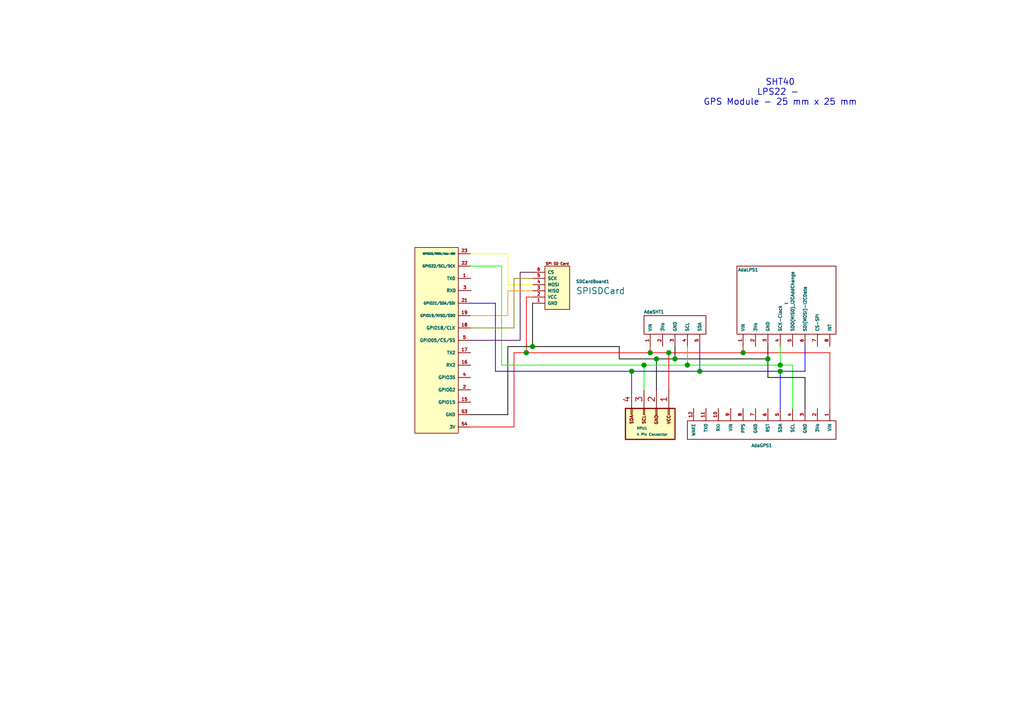
<source format=kicad_sch>
(kicad_sch (version 20250114) (generator "eeschema") (generator_version "9.0")
  (paper "A5")
  (lib_symbols
    (symbol "UserDefined:Adafruit_LPS22"
      (property "Reference" "AdaLPS1" (at 8.128 -3.556 90))
      (property "Value" "~" (at 1.27 -11.43 90))
      (symbol "Adafruit_LPS22_0_1"
        (rectangle (start -5.08 -1.27) (end 8.89 -21.59))
      )
      (symbol "Adafruit_LPS22_1_1"
        (pin passive line (at -7.62 -2.54 0) (length 2.54) (name "VIN") (number "1"))
        (pin power_out line (at -7.62 -5.08 0) (length 2.54) (name "3Vo") (number "2"))
        (pin power_in line (at -7.62 -7.62 0) (length 2.54) (name "GND") (number "3"))
        (pin passive line (at -7.62 -10.16 0) (length 2.54) (name "SCK-Clock") (number "4"))
        (pin passive line (at -7.62 -12.7 0) (length 2.54) (name "SDO(MISO)_I2CAddChange") (number "5"))
        (pin passive line (at -7.62 -15.24 0) (length 2.54) (name "SDI(MOSI)-I2CData") (number "6"))
        (pin passive line (at -7.62 -17.78 0) (length 2.54) (name "CS-SPI") (number "7"))
        (pin passive line (at -7.62 -20.32 0) (length 2.54) (name "INT") (number "8"))
      )
    )
    (symbol "UserDefined:Adafruit_Mini_GPS_PA1010D"
      (property "Reference" "AdaGPS" (at -3.048 -0.508 0))
      (symbol "Adafruit_Mini_GPS_PA1010D_0_1"
        (rectangle (start -5.08 -1.27) (end -1.27 -31.75))
      )
      (symbol "Adafruit_Mini_GPS_PA1010D_1_1"
        (pin bidirectional line (at -7.62 -2.54 0) (length 2.54) (name "VIN") (number "1"))
        (pin power_out line (at -7.62 -5.08 0) (length 2.54) (name "3Vo") (number "2"))
        (pin power_in line (at -7.62 -7.62 0) (length 2.54) (name "GND") (number "3"))
        (pin passive line (at -7.62 -10.16 0) (length 2.54) (name "SCL") (number "4"))
        (pin passive line (at -7.62 -12.7 0) (length 2.54) (name "SDA") (number "5"))
        (pin passive line (at -7.62 -15.24 0) (length 2.54) (name "RST") (number "6"))
        (pin passive line (at -7.62 -17.78 0) (length 2.54) (name "GND") (number "7"))
        (pin passive line (at -7.62 -20.32 0) (length 2.54) (name "PPS") (number "8"))
        (pin passive line (at -7.62 -22.86 0) (length 2.54) (name "VIN") (number "9"))
        (pin passive line (at -7.62 -25.4 0) (length 2.54) (name "RXI") (number "10"))
        (pin passive line (at -7.62 -27.94 0) (length 2.54) (name "TX0") (number "11"))
        (pin passive line (at -7.62 -30.48 0) (length 2.54) (name "WAKE") (number "12"))
      )
    )
    (symbol "UserDefined:Adafruit_SHT40"
      (property "Reference" "AdaSHT" (at 1.778 0.508 0))
      (symbol "Adafruit_SHT40_0_1"
        (rectangle (start 0 0) (end 3.81 -12.7))
      )
      (symbol "Adafruit_SHT40_1_1"
        (pin bidirectional line (at -2.54 -1.27 0) (length 2.54) (name "VIN") (number "1"))
        (pin power_out line (at -2.54 -3.81 0) (length 2.54) (name "3Vo") (number "2"))
        (pin power_in line (at -2.54 -6.35 0) (length 2.54) (name "GND") (number "3"))
        (pin passive line (at -2.54 -8.89 0) (length 2.54) (name "SCL") (number "4"))
        (pin passive line (at -2.54 -11.43 0) (length 2.54) (name "SDA") (number "5"))
      )
    )
    (symbol "UserDefined:ESP32DevKitV1-RightSide"
      (symbol "ESP32DevKitV1-RightSide_1_1"
        (rectangle (start 11.43 -3.81) (end 20.32 -41.91) (fill (type background)))
        (pin passive line (at 22.86 -5.08 180) (length 2.54) (name "GPIO23/MOSI/Ada-SDI") (number "23"))
        (pin passive line (at 22.86 -7.62 180) (length 2.54) (name "GPIO22/SCL/SCK") (number "22"))
        (pin passive line (at 22.86 -10.16 180) (length 2.54) (name "TX0") (number "1"))
        (pin passive line (at 22.86 -15.24 180) (length 2.54) (name "GPIO21/SDA/SDI") (number "21"))
        (pin passive line (at 22.86 -17.78 180) (length 2.54) (name "GPIO19/MISO/SDO") (number "19"))
        (pin passive line (at 22.86 -20.32 180) (length 2.54) (name "GPIO18/CLK") (number "18"))
        (pin passive line (at 22.86 -22.86 180) (length 2.54) (name "GPIO05/CS/SS") (number "5"))
        (pin passive line (at 22.86 -25.4 180) (length 2.54) (name "TX2") (number "17"))
        (pin passive line (at 22.86 -27.94 180) (length 2.54) (name "RX2") (number "16"))
        (pin passive line (at 22.86 -30.48 180) (length 2.54) (name "GPIO35") (number "4"))
        (pin passive line (at 22.86 -33.02 180) (length 2.54) (name "GPIO02") (number "2"))
        (pin passive line (at 22.86 -35.56 180) (length 2.54) (name "GPIO15") (number "15"))
        (pin power_in line (at 22.86 -38.1 180) (length 2.54) (name "GND") (number "53"))
        (pin power_out line (at 22.86 -40.64 180) (length 2.54) (name "3V") (number "54"))
        (pin passive line (at 22.9449 -12.6419 180) (length 2.54) (name "RX0") (number "3"))
      )
    )
    (symbol "UserDefined:MPU60504PinSchematic" (pin_names (offset 1.016) (hide yes))
      (property "Reference" "MPU6050" (at 3.048 -3.048 90))
      (property "Value" "4 Pin Connector" (at 3.9371 -4.445 90))
      (symbol "MPU60504PinSchematic_1_1"
        (rectangle (start -1.27 3.81) (end 5.08 -6.35) (stroke (width 0.254)) (fill (type background)))
        (rectangle (start -1.27 2.667) (end 0 2.413) (stroke (width 0.1524)))
        (rectangle (start -1.27 0.127) (end 0 -0.127) (stroke (width 0.1524)))
        (rectangle (start -1.27 -2.413) (end 0 -2.667) (stroke (width 0.1524)))
        (rectangle (start -1.27 -4.953) (end 0 -5.207) (stroke (width 0.1524)))
        (text "VCC" (at 1.016 2.54 0) (effects (font (size 0.635 0.635))))
        (text "GND" (at 1.016 0 0) (effects (font (size 0.635 0.635))))
        (text "SCL" (at 1.016 -2.54 0) (effects (font (size 0.635 0.635))))
        (text "SDA" (at 1.016 -5.08 0) (effects (font (size 0.635 0.635))))
        (pin passive line (at -5.08 2.54 0) (length 3.81) (name "VCC") (number "1"))
        (pin passive line (at -5.08 0 0) (length 3.81) (name "GND") (number "2"))
        (pin passive line (at -5.08 -2.54 0) (length 3.81) (name "SCL") (number "3"))
        (pin passive line (at -5.08 -5.08 0) (length 3.81) (name "SDA") (number "4"))
      )
    )
    (symbol "UserDefined:SPISDCard"
      (property "Reference" "SDCardBoard" (at -1.778 -5.842 90))
      (symbol "SPISDCard_1_1"
        (rectangle (start -6.35 -1.27) (end -1.27 -10.16) (fill (type background)))
        (text "SPI SD Card" (at -3.81 -0.762 0) (effects (font (size 0.508 0.508))))
        (pin passive line (at -8.89 -2.54 0) (length 2.54) (name "CS") (number "6"))
        (pin passive line (at -8.89 -3.81 0) (length 2.54) (name "SCK") (number "5"))
        (pin passive line (at -8.89 -5.08 0) (length 2.54) (name "MOSI") (number "4"))
        (pin passive line (at -8.89 -6.35 0) (length 2.54) (name "MISO") (number "3"))
        (pin power_in line (at -8.89 -7.62 0) (length 2.54) (name "VCC") (number "2"))
        (pin passive line (at -8.89 -8.89 0) (length 2.54) (name "GND") (number "1"))
      )
    )
  )
  (text "SHT40\nLPS22 - \nGPS Module - 25 mm x 25 mm\n\n" (at 160.02 20.066 0) (effects (font (size 1.27 1.27))))
  (junction (at 129.54 76.2))
  (junction (at 134.62 73.66))
  (junction (at 143.51 76.2))
  (junction (at 109.22 71.12))
  (junction (at 157.48 73.66))
  (junction (at 140.97 74.93))
  (junction (at 137.16 72.39))
  (junction (at 138.43 73.66))
  (junction (at 160.02 74.93))
  (junction (at 152.4 72.39))
  (junction (at 133.35 72.39))
  (junction (at 132.08 74.93))
  (junction (at 160.02 76.2))
  (junction (at 107.95 72.39))
  (wire (pts (xy 109.22 71.12) (xy 127 71.12)) (stroke (width 0) (color 0 0 0 1)))
  (wire (pts (xy 152.4 71.12) (xy 152.4 72.39)) (stroke (width 0) (color 255 0 0 1)))
  (wire (pts (xy 129.54 76.2) (xy 129.54 80.01)) (stroke (width 0) (color 0 0 255 1)))
  (wire (pts (xy 152.4 72.39) (xy 170.18 72.39)) (stroke (width 0) (color 255 0 0 1)))
  (wire (pts (xy 106.68 55.88) (xy 109.22 55.88)) (stroke (width 0) (color 72 0 72 1)))
  (wire (pts (xy 109.22 62.23) (xy 109.22 71.12)) (stroke (width 0) (color 0 0 0 1)))
  (wire (pts (xy 104.14 85.09) (xy 104.14 71.12)) (stroke (width 0) (color 0 0 0 1)))
  (wire (pts (xy 134.62 73.66) (xy 134.62 80.01)) (stroke (width 0) (color 0 0 0 1)))
  (wire (pts (xy 143.51 76.2) (xy 160.02 76.2)) (stroke (width 0) (color 0 0 255 1)))
  (wire (pts (xy 107.95 60.96) (xy 107.95 72.39)) (stroke (width 0) (color 255 0 0 1)))
  (wire (pts (xy 101.6 76.2) (xy 129.54 76.2)) (stroke (width 0) (color 0 0 255 1)))
  (wire (pts (xy 96.52 87.63) (xy 105.41 87.63)) (stroke (width 0) (color 255 0 0 1)))
  (wire (pts (xy 127 73.66) (xy 134.62 73.66)) (stroke (width 0) (color 0 0 0 1)))
  (wire (pts (xy 107.95 60.96) (xy 109.22 60.96)) (stroke (width 0) (color 255 0 0 1)))
  (wire (pts (xy 104.14 59.69) (xy 109.22 59.69)) (stroke (width 0) (color 255 153 0 1)))
  (wire (pts (xy 162.56 74.93) (xy 162.56 83.82)) (stroke (width 0) (color 0 255 0 1)))
  (wire (pts (xy 129.54 76.2) (xy 143.51 76.2)) (stroke (width 0) (color 0 0 255 1)))
  (wire (pts (xy 165.1 71.12) (xy 165.1 76.2)) (stroke (width 0) (color 0 0 255 1)))
  (wire (pts (xy 160.02 76.2) (xy 160.02 83.82)) (stroke (width 0) (color 0 0 255 1)))
  (wire (pts (xy 137.16 72.39) (xy 152.4 72.39)) (stroke (width 0) (color 255 0 0 1)))
  (wire (pts (xy 133.35 71.12) (xy 133.35 72.39)) (stroke (width 0) (color 255 0 0 1)))
  (wire (pts (xy 105.41 87.63) (xy 105.41 72.39)) (stroke (width 0) (color 255 0 0 1)))
  (wire (pts (xy 133.35 72.39) (xy 137.16 72.39)) (stroke (width 0) (color 255 0 0 1)))
  (wire (pts (xy 106.68 69.85) (xy 106.68 55.88)) (stroke (width 0) (color 72 0 72 1)))
  (wire (pts (xy 105.41 67.31) (xy 105.41 57.15)) (stroke (width 0) (color 132 132 0 1)))
  (wire (pts (xy 165.1 83.82) (xy 165.1 77.47)) (stroke (width 0) (color 0 0 0 1)))
  (wire (pts (xy 140.97 71.12) (xy 140.97 74.93)) (stroke (width 0) (color 0 255 0 1)))
  (wire (pts (xy 96.52 85.09) (xy 104.14 85.09)) (stroke (width 0) (color 0 0 0 1)))
  (wire (pts (xy 138.43 73.66) (xy 157.48 73.66)) (stroke (width 0) (color 0 0 0 1)))
  (wire (pts (xy 105.41 72.39) (xy 107.95 72.39)) (stroke (width 0) (color 255 0 0 1)))
  (wire (pts (xy 170.18 72.39) (xy 170.18 83.82)) (stroke (width 0) (color 255 0 0 1)))
  (wire (pts (xy 157.48 77.47) (xy 165.1 77.47)) (stroke (width 0) (color 0 0 0 1)))
  (wire (pts (xy 96.52 69.85) (xy 106.68 69.85)) (stroke (width 0) (color 72 0 72 1)))
  (wire (pts (xy 137.16 72.39) (xy 137.16 80.01)) (stroke (width 0) (color 255 0 0 1)))
  (wire (pts (xy 96.52 64.77) (xy 104.14 64.77)) (stroke (width 0) (color 255 153 0 1)))
  (wire (pts (xy 160.02 76.2) (xy 165.1 76.2)) (stroke (width 0) (color 0 0 255 1)))
  (wire (pts (xy 157.48 73.66) (xy 157.48 71.12)) (stroke (width 0) (color 0 0 0 1)))
  (wire (pts (xy 140.97 74.93) (xy 160.02 74.93)) (stroke (width 0) (color 0 255 0 1)))
  (wire (pts (xy 107.95 72.39) (xy 133.35 72.39)) (stroke (width 0) (color 255 0 0 1)))
  (wire (pts (xy 160.02 74.93) (xy 162.56 74.93)) (stroke (width 0) (color 0 255 0 1)))
  (wire (pts (xy 160.02 74.93) (xy 160.02 71.12)) (stroke (width 0) (color 0 255 0 1)))
  (wire (pts (xy 96.52 67.31) (xy 105.41 67.31)) (stroke (width 0) (color 132 132 0 1)))
  (wire (pts (xy 143.51 71.12) (xy 143.51 76.2)) (stroke (width 0) (color 0 0 255 1)))
  (wire (pts (xy 105.41 57.15) (xy 109.22 57.15)) (stroke (width 0) (color 132 132 0 1)))
  (wire (pts (xy 96.52 54.61) (xy 102.87 54.61)) (stroke (width 0) (color 0 255 0 1)))
  (wire (pts (xy 157.48 73.66) (xy 157.48 77.47)) (stroke (width 0) (color 0 0 0 1)))
  (wire (pts (xy 104.14 64.77) (xy 104.14 59.69)) (stroke (width 0) (color 255 153 0 1)))
  (wire (pts (xy 104.14 58.42) (xy 109.22 58.42)) (stroke (width 0) (color 255 255 0 1)))
  (wire (pts (xy 96.52 62.23) (xy 101.6 62.23)) (stroke (width 0) (color 0 0 255 1)))
  (wire (pts (xy 96.52 52.07) (xy 104.14 52.07)) (stroke (width 0) (color 255 255 0 1)))
  (wire (pts (xy 104.14 52.07) (xy 104.14 58.42)) (stroke (width 0) (color 255 255 0 1)))
  (wire (pts (xy 102.87 54.61) (xy 102.87 74.93)) (stroke (width 0) (color 0 255 0 1)))
  (wire (pts (xy 132.08 74.93) (xy 140.97 74.93)) (stroke (width 0) (color 0 255 0 1)))
  (wire (pts (xy 132.08 74.93) (xy 132.08 80.01)) (stroke (width 0) (color 0 255 0 1)))
  (wire (pts (xy 127 71.12) (xy 127 73.66)) (stroke (width 0) (color 0 0 0 1)))
  (wire (pts (xy 102.87 74.93) (xy 132.08 74.93)) (stroke (width 0) (color 0 255 0 1)))
  (wire (pts (xy 138.43 71.12) (xy 138.43 73.66)) (stroke (width 0) (color 0 0 0 1)))
  (wire (pts (xy 134.62 73.66) (xy 138.43 73.66)) (stroke (width 0) (color 0 0 0 1)))
  (wire (pts (xy 104.14 71.12) (xy 109.22 71.12)) (stroke (width 0) (color 0 0 0 1)))
  (wire (pts (xy 101.6 62.23) (xy 101.6 76.2)) (stroke (width 0) (color 0 0 255 1)))
  (symbol (lib_id "UserDefined:SPISDCard") (at 118.11 53.34 0) (unit 1)
    (property "Reference" "SDCardBoard1" (at 118.11 57.785 0) (effects (font (size 0.635 0.635)) (justify left)))
    (property "Value" "SPISDCard" (at 118.11 59.6899 0) (effects (justify left)))
    (property "Footprint" "Connector_PinHeader_2.54mm:PinHeader_1x06_P2.54mm_Vertical" (effects (hide yes)))
  )
  (symbol (lib_id "UserDefined:ESP32DevKitV1-RightSide") (at 73.66 46.99 0) (unit 1)
    (property "Reference" "ESP32RightSide1" (effects (hide yes)))
    (property "Value" "ESP 32 RS" (effects (hide yes)))
    (property "Footprint" "UserDefined:ESP32-DEVKITV1-Paul-Half2" (effects (hide yes)))
  )
  (symbol (lib_id "UserDefined:Adafruit_SHT40") (at 132.08 68.58 90) (unit 1)
    (property "Reference" "AdaSHT1" (at 134.112 64.008 90) (effects (font (size 0.635 0.635))))
    (property "Footprint" "UserDefined:SHTBoard" (effects (hide yes)))
  )
  (symbol (lib_id "UserDefined:MPU60504PinSchematic") (at 134.62 85.09 270) (unit 1)
    (property "Reference" "MPU1" (at 130.556 87.884 90) (effects (font (size 0.508 0.508)) (justify left)))
    (property "Value" "4 Pin Connector" (at 130.556 89.154 90) (effects (font (size 0.508 0.508)) (justify left)))
    (property "Footprint" "UserDefined:MPU6050HiLetGO" (effects (hide yes)))
    (property "Datasheet" "MPU6050" (effects (hide yes)))
    (property "Description" "Bare Miniumum Connectors for MPU6050" (effects (hide yes)))
  )
  (symbol (lib_id "UserDefined:Adafruit_Mini_GPS_PA1010D") (at 172.72 91.44 270) (unit 1)
    (property "Reference" "AdaGPS1" (at 156.21 91.44 90) (effects (font (size 0.635 0.635))))
    (property "Footprint" "UserDefined:Adafruit GPS PA1010D" (effects (hide yes)))
  )
  (symbol (lib_id "UserDefined:Adafruit_LPS22") (at 149.86 63.5 90) (unit 1)
    (property "Reference" "AdaLPS1" (at 153.416 55.372 90) (effects (font (size 0.635 0.635))))
    (property "Value" "~" (at 161.29 62.23 90))
    (property "Footprint" "UserDefined:LPS22" (effects (hide yes)))
  )
)
</source>
